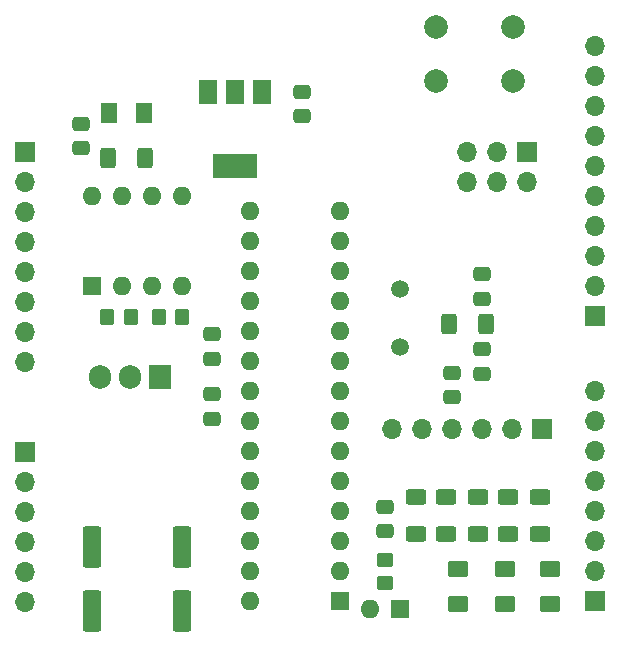
<source format=gts>
G04 #@! TF.GenerationSoftware,KiCad,Pcbnew,6.0.11-3.fc36*
G04 #@! TF.CreationDate,2023-05-11T19:02:21+09:00*
G04 #@! TF.ProjectId,Tetiduino,54657469-6475-4696-9e6f-2e6b69636164,rev?*
G04 #@! TF.SameCoordinates,Original*
G04 #@! TF.FileFunction,Soldermask,Top*
G04 #@! TF.FilePolarity,Negative*
%FSLAX46Y46*%
G04 Gerber Fmt 4.6, Leading zero omitted, Abs format (unit mm)*
G04 Created by KiCad (PCBNEW 6.0.11-3.fc36) date 2023-05-11 19:02:21*
%MOMM*%
%LPD*%
G01*
G04 APERTURE LIST*
G04 Aperture macros list*
%AMRoundRect*
0 Rectangle with rounded corners*
0 $1 Rounding radius*
0 $2 $3 $4 $5 $6 $7 $8 $9 X,Y pos of 4 corners*
0 Add a 4 corners polygon primitive as box body*
4,1,4,$2,$3,$4,$5,$6,$7,$8,$9,$2,$3,0*
0 Add four circle primitives for the rounded corners*
1,1,$1+$1,$2,$3*
1,1,$1+$1,$4,$5*
1,1,$1+$1,$6,$7*
1,1,$1+$1,$8,$9*
0 Add four rect primitives between the rounded corners*
20,1,$1+$1,$2,$3,$4,$5,0*
20,1,$1+$1,$4,$5,$6,$7,0*
20,1,$1+$1,$6,$7,$8,$9,0*
20,1,$1+$1,$8,$9,$2,$3,0*%
G04 Aperture macros list end*
%ADD10R,1.700000X1.700000*%
%ADD11O,1.700000X1.700000*%
%ADD12RoundRect,0.250000X-0.400000X-0.625000X0.400000X-0.625000X0.400000X0.625000X-0.400000X0.625000X0*%
%ADD13R,1.600000X1.600000*%
%ADD14O,1.600000X1.600000*%
%ADD15RoundRect,0.250000X-0.475000X0.337500X-0.475000X-0.337500X0.475000X-0.337500X0.475000X0.337500X0*%
%ADD16RoundRect,0.250000X-0.550000X1.500000X-0.550000X-1.500000X0.550000X-1.500000X0.550000X1.500000X0*%
%ADD17RoundRect,0.250000X0.475000X-0.337500X0.475000X0.337500X-0.475000X0.337500X-0.475000X-0.337500X0*%
%ADD18C,2.000000*%
%ADD19RoundRect,0.250001X-0.462499X-0.624999X0.462499X-0.624999X0.462499X0.624999X-0.462499X0.624999X0*%
%ADD20R,1.500000X2.000000*%
%ADD21R,3.800000X2.000000*%
%ADD22RoundRect,0.250001X0.624999X-0.462499X0.624999X0.462499X-0.624999X0.462499X-0.624999X-0.462499X0*%
%ADD23RoundRect,0.250000X-0.350000X-0.450000X0.350000X-0.450000X0.350000X0.450000X-0.350000X0.450000X0*%
%ADD24RoundRect,0.250000X-0.625000X0.400000X-0.625000X-0.400000X0.625000X-0.400000X0.625000X0.400000X0*%
%ADD25RoundRect,0.250000X0.450000X-0.350000X0.450000X0.350000X-0.450000X0.350000X-0.450000X-0.350000X0*%
%ADD26RoundRect,0.250000X0.400000X0.625000X-0.400000X0.625000X-0.400000X-0.625000X0.400000X-0.625000X0*%
%ADD27RoundRect,0.250000X0.625000X-0.400000X0.625000X0.400000X-0.625000X0.400000X-0.625000X-0.400000X0*%
%ADD28R,1.905000X2.000000*%
%ADD29O,1.905000X2.000000*%
%ADD30C,1.500000*%
G04 APERTURE END LIST*
D10*
X124460000Y-98440000D03*
D11*
X124460000Y-100980000D03*
X124460000Y-103520000D03*
X124460000Y-106060000D03*
X124460000Y-108600000D03*
X124460000Y-111140000D03*
X124460000Y-113680000D03*
X124460000Y-116220000D03*
D12*
X131520000Y-98997500D03*
X134620000Y-98997500D03*
D13*
X156210000Y-137160000D03*
D14*
X153670000Y-137160000D03*
D15*
X163195000Y-115167500D03*
X163195000Y-117242500D03*
X163195000Y-108817500D03*
X163195000Y-110892500D03*
D16*
X137805000Y-131920000D03*
X137805000Y-137320000D03*
D17*
X147955000Y-95420000D03*
X147955000Y-93345000D03*
X160665000Y-119230000D03*
X160665000Y-117155000D03*
D10*
X168250000Y-121945000D03*
D11*
X165710000Y-121945000D03*
X163170000Y-121945000D03*
X160630000Y-121945000D03*
X158090000Y-121945000D03*
X155550000Y-121945000D03*
D18*
X165810000Y-92420000D03*
X159310000Y-92420000D03*
X159310000Y-87920000D03*
X165810000Y-87920000D03*
D19*
X131582500Y-95187500D03*
X134557500Y-95187500D03*
D20*
X144540000Y-93370000D03*
D21*
X142240000Y-99670000D03*
D20*
X142240000Y-93370000D03*
X139940000Y-93370000D03*
D17*
X129260000Y-98130000D03*
X129260000Y-96055000D03*
D22*
X165100000Y-136727500D03*
X165100000Y-133752500D03*
D13*
X130185000Y-109845000D03*
D14*
X132725000Y-109845000D03*
X135265000Y-109845000D03*
X137805000Y-109845000D03*
X137805000Y-102225000D03*
X135265000Y-102225000D03*
X132725000Y-102225000D03*
X130185000Y-102225000D03*
D23*
X131444782Y-112405000D03*
X133444782Y-112405000D03*
D13*
X151120000Y-136515000D03*
D14*
X151120000Y-133975000D03*
X151120000Y-131435000D03*
X151120000Y-128895000D03*
X151120000Y-126355000D03*
X151120000Y-123815000D03*
X151120000Y-121275000D03*
X151120000Y-118735000D03*
X151120000Y-116195000D03*
X151120000Y-113655000D03*
X151120000Y-111115000D03*
X151120000Y-108575000D03*
X151120000Y-106035000D03*
X151120000Y-103495000D03*
X143500000Y-103495000D03*
X143500000Y-106035000D03*
X143500000Y-108575000D03*
X143500000Y-111115000D03*
X143500000Y-113655000D03*
X143500000Y-116195000D03*
X143500000Y-118735000D03*
X143500000Y-121275000D03*
X143500000Y-123815000D03*
X143500000Y-126355000D03*
X143500000Y-128895000D03*
X143500000Y-131435000D03*
X143500000Y-133975000D03*
X143500000Y-136515000D03*
D24*
X162865000Y-127710000D03*
X162865000Y-130810000D03*
X157620000Y-127710000D03*
X157620000Y-130810000D03*
X160160000Y-127710000D03*
X160160000Y-130810000D03*
D16*
X130175000Y-131920000D03*
X130175000Y-137320000D03*
D25*
X154940000Y-134985000D03*
X154940000Y-132985000D03*
D26*
X163475000Y-113030000D03*
X160375000Y-113030000D03*
D10*
X172720000Y-136510000D03*
D11*
X172720000Y-133970000D03*
X172720000Y-131430000D03*
X172720000Y-128890000D03*
X172720000Y-126350000D03*
X172720000Y-123810000D03*
X172720000Y-121270000D03*
X172720000Y-118730000D03*
D10*
X167005000Y-98425000D03*
D11*
X167005000Y-100965000D03*
X164465000Y-98425000D03*
X164465000Y-100965000D03*
X161925000Y-98425000D03*
X161925000Y-100965000D03*
D27*
X165405000Y-130810000D03*
X165405000Y-127710000D03*
D17*
X140335000Y-115972500D03*
X140335000Y-113897500D03*
D28*
X135890000Y-117475000D03*
D29*
X133350000Y-117475000D03*
X130810000Y-117475000D03*
D22*
X168910000Y-136727500D03*
X168910000Y-133752500D03*
D10*
X124460000Y-123825000D03*
D11*
X124460000Y-126365000D03*
X124460000Y-128905000D03*
X124460000Y-131445000D03*
X124460000Y-133985000D03*
X124460000Y-136525000D03*
D30*
X156210000Y-114935000D03*
X156210000Y-110055000D03*
D15*
X140335000Y-118977500D03*
X140335000Y-121052500D03*
D22*
X161125000Y-136742500D03*
X161125000Y-133767500D03*
D17*
X154940000Y-130577500D03*
X154940000Y-128502500D03*
D10*
X172695000Y-112365000D03*
D11*
X172695000Y-109825000D03*
X172695000Y-107285000D03*
X172695000Y-104745000D03*
X172695000Y-102205000D03*
X172695000Y-99665000D03*
X172695000Y-97125000D03*
X172695000Y-94585000D03*
X172695000Y-92045000D03*
X172695000Y-89505000D03*
D24*
X168110000Y-127710000D03*
X168110000Y-130810000D03*
D23*
X135795218Y-112405000D03*
X137795218Y-112405000D03*
M02*

</source>
